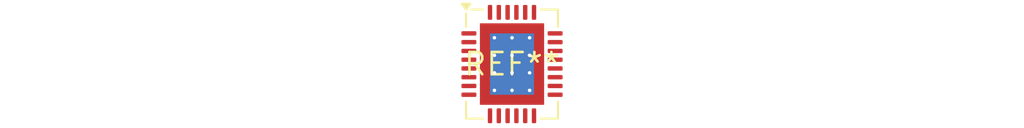
<source format=kicad_pcb>
(kicad_pcb (version 20240108) (generator pcbnew)
  (layers (0 "F.Cu" signal) (31 "B.Cu" signal) (34 "B.Paste" user) (35 "F.Paste" user) (36 "B.SilkS" user "B.Silkscreen") (37 "F.SilkS" user "F.Silkscreen") (38 "B.Mask" user) (39 "F.Mask" user) (44 "Edge.Cuts" user))
  (net 0 "")
  (footprint "QFN-28-1EP_5x6mm_P0.5mm_EP3.65x4.65mm_ThermalVias" (layer "F.Cu") (at 0 0)
    (property "Reference" "REF**")
    (property "Value" "QFN-28-1EP_5x6mm_P0.5mm_EP3.65x4.65mm_ThermalVias")
    (fp_line (start -2.61 -2.135) (end -2.61 -2.87) (layer "F.SilkS") (stroke (width 0.12)))
    (fp_line (start -2.61 3.11) (end -2.61 2.135) (layer "F.SilkS") (stroke (width 0.12)))
    (fp_line (start -1.635 -3.11) (end -2.31 -3.11) (layer "F.SilkS") (stroke (width 0.12)))
    (fp_line (start -1.635 3.11) (end -2.61 3.11) (layer "F.SilkS") (stroke (width 0.12)))
    (fp_line (start 1.635 -3.11) (end 2.61 -3.11) (layer "F.SilkS") (stroke (width 0.12)))
    (fp_line (start 1.635 3.11) (end 2.61 3.11) (layer "F.SilkS") (stroke (width 0.12)))
    (fp_line (start 2.61 -3.11) (end 2.61 -2.135) (layer "F.SilkS") (stroke (width 0.12)))
    (fp_line (start 2.61 3.11) (end 2.61 2.135) (layer "F.SilkS") (stroke (width 0.12)))
    (fp_poly (pts (xy -2.61 -3.11) (xy -2.85 -3.44) (xy -2.37 -3.44) (xy -2.61 -3.11)) (layer "F.SilkS") (stroke (width 0.12)) (fill solid))
    (pad "1" smd roundrect (at -2.45 -1.75) (size 0.85 0.25) (layers "F.Cu" "F.Paste" "F.Mask"))
    (pad "2" smd roundrect (at -2.45 -1.25) (size 0.85 0.25) (layers "F.Cu" "F.Paste" "F.Mask"))
    (pad "3" smd roundrect (at -2.45 -0.75) (size 0.85 0.25) (layers "F.Cu" "F.Paste" "F.Mask"))
    (pad "4" smd roundrect (at -2.45 -0.25) (size 0.85 0.25) (layers "F.Cu" "F.Paste" "F.Mask"))
    (pad "5" smd roundrect (at -2.45 0.25) (size 0.85 0.25) (layers "F.Cu" "F.Paste" "F.Mask"))
    (pad "6" smd roundrect (at -2.45 0.75) (size 0.85 0.25) (layers "F.Cu" "F.Paste" "F.Mask"))
    (pad "7" smd roundrect (at -2.45 1.25) (size 0.85 0.25) (layers "F.Cu" "F.Paste" "F.Mask"))
    (pad "8" smd roundrect (at -2.45 1.75) (size 0.85 0.25) (layers "F.Cu" "F.Paste" "F.Mask"))
    (pad "9" smd roundrect (at -1.25 2.95) (size 0.25 0.85) (layers "F.Cu" "F.Paste" "F.Mask"))
    (pad "10" smd roundrect (at -0.75 2.95) (size 0.25 0.85) (layers "F.Cu" "F.Paste" "F.Mask"))
    (pad "11" smd roundrect (at -0.25 2.95) (size 0.25 0.85) (layers "F.Cu" "F.Paste" "F.Mask"))
    (pad "12" smd roundrect (at 0.25 2.95) (size 0.25 0.85) (layers "F.Cu" "F.Paste" "F.Mask"))
    (pad "13" smd roundrect (at 0.75 2.95) (size 0.25 0.85) (layers "F.Cu" "F.Paste" "F.Mask"))
    (pad "14" smd roundrect (at 1.25 2.95) (size 0.25 0.85) (layers "F.Cu" "F.Paste" "F.Mask"))
    (pad "15" smd roundrect (at 2.45 1.75) (size 0.85 0.25) (layers "F.Cu" "F.Paste" "F.Mask"))
    (pad "16" smd roundrect (at 2.45 1.25) (size 0.85 0.25) (layers "F.Cu" "F.Paste" "F.Mask"))
    (pad "17" smd roundrect (at 2.45 0.75) (size 0.85 0.25) (layers "F.Cu" "F.Paste" "F.Mask"))
    (pad "18" smd roundrect (at 2.45 0.25) (size 0.85 0.25) (layers "F.Cu" "F.Paste" "F.Mask"))
    (pad "19" smd roundrect (at 2.45 -0.25) (size 0.85 0.25) (layers "F.Cu" "F.Paste" "F.Mask"))
    (pad "20" smd roundrect (at 2.45 -0.75) (size 0.85 0.25) (layers "F.Cu" "F.Paste" "F.Mask"))
    (pad "21" smd roundrect (at 2.45 -1.25) (size 0.85 0.25) (layers "F.Cu" "F.Paste" "F.Mask"))
    (pad "22" smd roundrect (at 2.45 -1.75) (size 0.85 0.25) (layers "F.Cu" "F.Paste" "F.Mask"))
    (pad "23" smd roundrect (at 1.25 -2.95) (size 0.25 0.85) (layers "F.Cu" "F.Paste" "F.Mask"))
    (pad "24" smd roundrect (at 0.75 -2.95) (size 0.25 0.85) (layers "F.Cu" "F.Paste" "F.Mask"))
    (pad "25" smd roundrect (at 0.25 -2.95) (size 0.25 0.85) (layers "F.Cu" "F.Paste" "F.Mask"))
    (pad "26" smd roundrect (at -0.25 -2.95) (size 0.25 0.85) (layers "F.Cu" "F.Paste" "F.Mask"))
    (pad "27" smd roundrect (at -0.75 -2.95) (size 0.25 0.85) (layers "F.Cu" "F.Paste" "F.Mask"))
    (pad "28" smd roundrect (at -1.25 -2.95) (size 0.25 0.85) (layers "F.Cu" "F.Paste" "F.Mask"))
    (pad "29" thru_hole circle (at -1 -1.5) (size 0.5 0.5) (drill 0.2) (property pad_prop_heatsink) (layers *.Cu) (remove_unused_layers))
    (pad "29" thru_hole circle (at -1 -0.5) (size 0.5 0.5) (drill 0.2) (property pad_prop_heatsink) (layers *.Cu) (remove_unused_layers))
    (pad "29" thru_hole circle (at -1 0.5) (size 0.5 0.5) (drill 0.2) (property pad_prop_heatsink) (layers *.Cu) (remove_unused_layers))
    (pad "29" thru_hole circle (at -1 1.5) (size 0.5 0.5) (drill 0.2) (property pad_prop_heatsink) (layers *.Cu) (remove_unused_layers))
    (pad "29" thru_hole circle (at 0 -1.5) (size 0.5 0.5) (drill 0.2) (property pad_prop_heatsink) (layers *.Cu) (remove_unused_layers))
    (pad "29" thru_hole circle (at 0 -0.5) (size 0.5 0.5) (drill 0.2) (property pad_prop_heatsink) (layers *.Cu) (remove_unused_layers))
    (pad "29" smd rect (at 0 0) (size 2.5 3.5) (property pad_prop_heatsink) (layers "B.Cu"))
    (pad "29" smd rect (at 0 0) (size 3.65 4.65) (property pad_prop_heatsink) (layers "F.Cu" "F.Mask"))
    (pad "29" thru_hole circle (at 0 0.5) (size 0.5 0.5) (drill 0.2) (property pad_prop_heatsink) (layers *.Cu) (remove_unused_layers))
    (pad "29" thru_hole circle (at 0 1.5) (size 0.5 0.5) (drill 0.2) (property pad_prop_heatsink) (layers *.Cu) (remove_unused_layers))
    (pad "29" thru_hole circle (at 1 -1.5) (size 0.5 0.5) (drill 0.2) (property pad_prop_heatsink) (layers *.Cu) (remove_unused_layers))
    (pad "29" thru_hole circle (at 1 -0.5) (size 0.5 0.5) (drill 0.2) (property pad_prop_heatsink) (layers *.Cu) (remove_unused_layers))
    (pad "29" thru_hole circle (at 1 0.5) (size 0.5 0.5) (drill 0.2) (property pad_prop_heatsink) (layers *.Cu) (remove_unused_layers))
    (pad "29" thru_hole circle (at 1 1.5) (size 0.5 0.5) (drill 0.2) (property pad_prop_heatsink) (layers *.Cu) (remove_unused_layers))
  )
)
</source>
